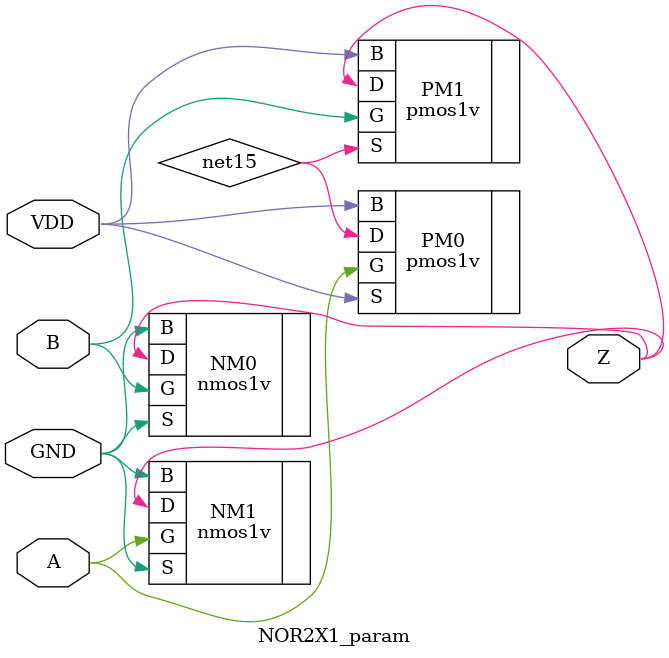
<source format=v>

module NOR2X1_param (
A,B,GND,Z,VDD );
input  A;
input  B;
input  GND;
output  Z;
input  VDD;
wire VDD;
wire net15;
wire Z;
wire A;
wire B;
wire GND;

nmos1v    
 NM1  ( .S( GND ), .G( A ), .B( GND ), .D( Z ) );

nmos1v    
 NM0  ( .S( GND ), .G( B ), .B( GND ), .D( Z ) );

pmos1v    
 PM1  ( .S( net15 ), .G( B ), .B( VDD ), .D( Z ) );

pmos1v    
 PM0  ( .S( VDD ), .G( A ), .B( VDD ), .D( net15 ) );

endmodule


</source>
